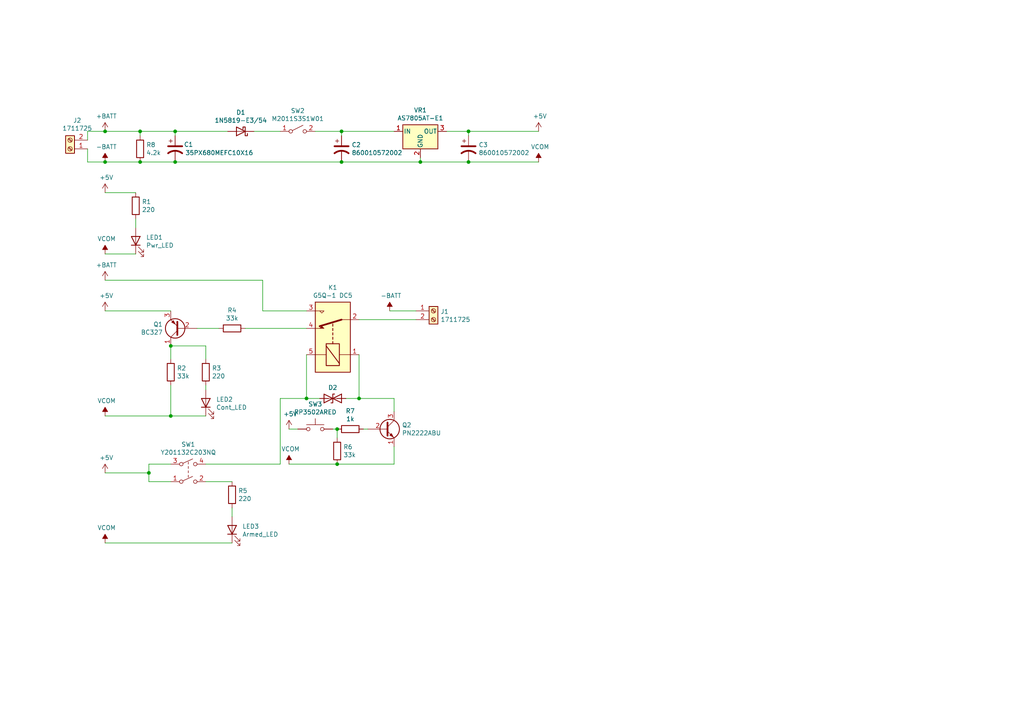
<source format=kicad_sch>
(kicad_sch (version 20211123) (generator eeschema)
  (paper "A4")
  (lib_symbols
    (symbol "Connector:Screw_Terminal_01x02" (pin_names (offset 1.016) hide)
      (property "Reference" "J" (at 0 2.54 0))
      (property "Value" "Screw_Terminal_01x02" (at 0 -5.08 0))
      (symbol "Screw_Terminal_01x02_1_1"
        (rectangle (start -1.27 1.27) (end 1.27 -3.81) (stroke (width 0.254)) (fill (type background)))
        (circle (center 0 -2.54) (radius 0.635) (stroke (width 0.1524)))
        (polyline (pts (xy -0.5334 -2.2098) (xy 0.3302 -3.048)) (stroke (width 0.1524)))
        (polyline (pts (xy -0.5334 0.3302) (xy 0.3302 -0.508)) (stroke (width 0.1524)))
        (polyline (pts (xy -0.3556 -2.032) (xy 0.508 -2.8702)) (stroke (width 0.1524)))
        (polyline (pts (xy -0.3556 0.508) (xy 0.508 -0.3302)) (stroke (width 0.1524)))
        (circle (center 0 0) (radius 0.635) (stroke (width 0.1524)))
        (pin passive line (at -5.08 0 0) (length 3.81) (name "Pin_1") (number "1"))
        (pin passive line (at -5.08 -2.54 0) (length 3.81) (name "Pin_2") (number "2"))
      )
    )
    (symbol "Device:CP1" (pin_numbers hide) (pin_names (offset 0.254) hide)
      (property "Reference" "C" (at 0.635 2.54 0))
      (property "Value" "Device_CP1" (at 0.635 -2.54 0))
      (symbol "CP1_0_1"
        (polyline (pts (xy -2.032 0.762) (xy 2.032 0.762)) (stroke (width 0.508)))
        (polyline (pts (xy -1.778 2.286) (xy -0.762 2.286)))
        (polyline (pts (xy -1.27 1.778) (xy -1.27 2.794)))
        (arc (start 2.032 -1.27) (mid 0 -0.5572) (end -2.032 -1.27) (stroke (width 0.508)))
      )
      (symbol "CP1_1_1"
        (pin passive line (at 0 3.81 270) (length 2.794) (name "~") (number "1"))
        (pin passive line (at 0 -3.81 90) (length 3.302) (name "~") (number "2"))
      )
    )
    (symbol "Device:D_Schottky" (pin_numbers hide) (pin_names (offset 1.016) hide)
      (property "Reference" "D" (at 0 2.54 0))
      (property "Value" "D_Schottky" (at 0 -2.54 0))
      (symbol "D_Schottky_0_1"
        (polyline (pts (xy 1.27 0) (xy -1.27 0)))
        (polyline (pts (xy 1.27 1.27) (xy 1.27 -1.27) (xy -1.27 0) (xy 1.27 1.27)) (stroke (width 0.254)))
        (polyline (pts (xy -1.905 0.635) (xy -1.905 1.27) (xy -1.27 1.27) (xy -1.27 -1.27) (xy -0.635 -1.27) (xy -0.635 -0.635)) (stroke (width 0.254)))
      )
      (symbol "D_Schottky_1_1"
        (pin passive line (at -3.81 0 0) (length 2.54) (name "K") (number "1"))
        (pin passive line (at 3.81 0 180) (length 2.54) (name "A") (number "2"))
      )
    )
    (symbol "Device:LED" (pin_numbers hide) (pin_names (offset 1.016) hide)
      (property "Reference" "D" (at 0 2.54 0))
      (property "Value" "LED" (at 0 -2.54 0))
      (symbol "LED_0_1"
        (polyline (pts (xy -1.27 -1.27) (xy -1.27 1.27)) (stroke (width 0.254)))
        (polyline (pts (xy -1.27 0) (xy 1.27 0)))
        (polyline (pts (xy 1.27 -1.27) (xy 1.27 1.27) (xy -1.27 0) (xy 1.27 -1.27)) (stroke (width 0.254)))
        (polyline (pts (xy -3.048 -0.762) (xy -4.572 -2.286) (xy -3.81 -2.286) (xy -4.572 -2.286) (xy -4.572 -1.524)))
        (polyline (pts (xy -1.778 -0.762) (xy -3.302 -2.286) (xy -2.54 -2.286) (xy -3.302 -2.286) (xy -3.302 -1.524)))
      )
      (symbol "LED_1_1"
        (pin passive line (at -3.81 0 0) (length 2.54) (name "K") (number "1"))
        (pin passive line (at 3.81 0 180) (length 2.54) (name "A") (number "2"))
      )
    )
    (symbol "Device:Q_NPN_EBC" (pin_names (offset 0) hide)
      (property "Reference" "Q" (at 5.08 1.27 0))
      (property "Value" "Q_NPN_EBC" (at 5.08 -1.27 0))
      (symbol "Q_NPN_EBC_0_1"
        (polyline (pts (xy 0.635 0.635) (xy 2.54 2.54)))
        (polyline (pts (xy 0.635 -0.635) (xy 2.54 -2.54) (xy 2.54 -2.54)))
        (polyline (pts (xy 0.635 1.905) (xy 0.635 -1.905) (xy 0.635 -1.905)) (stroke (width 0.508)))
        (polyline (pts (xy 1.27 -1.778) (xy 1.778 -1.27) (xy 2.286 -2.286) (xy 1.27 -1.778) (xy 1.27 -1.778)) (fill (type outline)))
        (circle (center 1.27 0) (radius 2.8194) (stroke (width 0.254)))
      )
      (symbol "Q_NPN_EBC_1_1"
        (pin passive line (at 2.54 -5.08 90) (length 2.54) (name "E") (number "1"))
        (pin passive line (at -5.08 0 0) (length 5.715) (name "B") (number "2"))
        (pin passive line (at 2.54 5.08 270) (length 2.54) (name "C") (number "3"))
      )
    )
    (symbol "Device:R" (pin_numbers hide) (pin_names (offset 0))
      (property "Reference" "R" (at 2.032 0 90))
      (property "Value" "R" (at 0 0 90))
      (symbol "R_0_1"
        (rectangle (start -1.016 -2.54) (end 1.016 2.54) (stroke (width 0.254)))
      )
      (symbol "R_1_1"
        (pin passive line (at 0 3.81 270) (length 1.27) (name "~") (number "1"))
        (pin passive line (at 0 -3.81 90) (length 1.27) (name "~") (number "2"))
      )
    )
    (symbol "Diode:1.5KExxCA" (pin_numbers hide) (pin_names (offset 1.016) hide)
      (property "Reference" "D" (at 0 2.54 0))
      (property "Value" "1.5KExxCA" (at 0 -2.54 0))
      (symbol "1.5KExxCA_0_1"
        (polyline (pts (xy 1.27 0) (xy -1.27 0)))
        (polyline (pts (xy -2.54 -1.27) (xy 0 0) (xy -2.54 1.27) (xy -2.54 -1.27)) (stroke (width 0.254)))
        (polyline (pts (xy 0.508 1.27) (xy 0 1.27) (xy 0 -1.27) (xy -0.508 -1.27)) (stroke (width 0.254)))
        (polyline (pts (xy 2.54 1.27) (xy 2.54 -1.27) (xy 0 0) (xy 2.54 1.27)) (stroke (width 0.254)))
      )
      (symbol "1.5KExxCA_1_1"
        (pin passive line (at -3.81 0 0) (length 2.54) (name "A1") (number "1"))
        (pin passive line (at 3.81 0 180) (length 2.54) (name "A2") (number "2"))
      )
    )
    (symbol "Regulator_Linear:L7805" (pin_names (offset 0.254))
      (property "Reference" "U" (at -3.81 3.175 0))
      (property "Value" "L7805" (at 0 3.175 0))
      (symbol "L7805_0_1"
        (rectangle (start -5.08 1.905) (end 5.08 -5.08) (stroke (width 0.254)) (fill (type background)))
      )
      (symbol "L7805_1_1"
        (pin power_in line (at -7.62 0 0) (length 2.54) (name "IN") (number "1"))
        (pin power_in line (at 0 -7.62 90) (length 2.54) (name "GND") (number "2"))
        (pin power_out line (at 7.62 0 180) (length 2.54) (name "OUT") (number "3"))
      )
    )
    (symbol "Relay:G5Q-1"
      (property "Reference" "K" (at 11.43 3.81 0))
      (property "Value" "G5Q-1" (at 11.43 1.27 0))
      (symbol "G5Q-1_0_0"
        (polyline (pts (xy 7.62 5.08) (xy 7.62 2.54) (xy 6.985 3.175) (xy 7.62 3.81)))
      )
      (symbol "G5Q-1_0_1"
        (rectangle (start -10.16 5.08) (end 10.16 -5.08) (stroke (width 0.254)) (fill (type background)))
        (rectangle (start -8.255 1.905) (end -1.905 -1.905) (stroke (width 0.254)))
        (polyline (pts (xy -7.62 -1.905) (xy -2.54 1.905)) (stroke (width 0.254)))
        (polyline (pts (xy -5.08 -5.08) (xy -5.08 -1.905)))
        (polyline (pts (xy -5.08 5.08) (xy -5.08 1.905)))
        (polyline (pts (xy -1.905 0) (xy -1.27 0)) (stroke (width 0.254)))
        (polyline (pts (xy -0.635 0) (xy 0 0)) (stroke (width 0.254)))
        (polyline (pts (xy 0.635 0) (xy 1.27 0)) (stroke (width 0.254)))
        (polyline (pts (xy 1.905 0) (xy 2.54 0)) (stroke (width 0.254)))
        (polyline (pts (xy 3.175 0) (xy 3.81 0)) (stroke (width 0.254)))
        (polyline (pts (xy 5.08 -2.54) (xy 3.175 3.81)) (stroke (width 0.508)))
        (polyline (pts (xy 5.08 -2.54) (xy 5.08 -5.08)))
        (polyline (pts (xy 2.54 5.08) (xy 2.54 2.54) (xy 3.175 3.175) (xy 2.54 3.81)) (fill (type outline)))
      )
      (symbol "G5Q-1_1_1"
        (pin passive line (at -5.08 -7.62 90) (length 2.54) (name "~") (number "1"))
        (pin passive line (at 5.08 -7.62 90) (length 2.54) (name "~") (number "2"))
        (pin passive line (at 7.62 7.62 270) (length 2.54) (name "~") (number "3"))
        (pin passive line (at 2.54 7.62 270) (length 2.54) (name "~") (number "4"))
        (pin passive line (at -5.08 7.62 270) (length 2.54) (name "~") (number "5"))
      )
    )
    (symbol "Switch:SW_DPST" (pin_names (offset 0) hide)
      (property "Reference" "SW" (at 0 5.08 0))
      (property "Value" "SW_DPST" (at 0 -5.08 0))
      (symbol "SW_DPST_0_0"
        (circle (center -2.032 -2.54) (radius 0.508))
        (circle (center -2.032 2.54) (radius 0.508))
        (polyline (pts (xy -1.524 -2.286) (xy 1.27 -1.016)))
        (polyline (pts (xy -1.524 2.794) (xy 1.27 4.064)))
        (polyline (pts (xy 0 -1.27) (xy 0 -0.635)))
        (polyline (pts (xy 0 0) (xy 0 0.635)))
        (polyline (pts (xy 0 1.27) (xy 0 1.905)))
        (polyline (pts (xy 0 2.54) (xy 0 3.175)))
        (circle (center 2.032 -2.54) (radius 0.508))
        (circle (center 2.032 2.54) (radius 0.508))
      )
      (symbol "SW_DPST_1_1"
        (pin passive line (at -5.08 -2.54 0) (length 2.54) (name "1") (number "1"))
        (pin passive line (at 5.08 -2.54 180) (length 2.54) (name "2") (number "2"))
        (pin passive line (at -5.08 2.54 0) (length 2.54) (name "3") (number "3"))
        (pin passive line (at 5.08 2.54 180) (length 2.54) (name "4") (number "4"))
      )
    )
    (symbol "Switch:SW_Push" (pin_numbers hide) (pin_names (offset 1.016) hide)
      (property "Reference" "SW" (at 1.27 2.54 0))
      (property "Value" "SW_Push" (at 0 -1.524 0))
      (symbol "SW_Push_0_1"
        (circle (center -2.032 0) (radius 0.508))
        (polyline (pts (xy 0 1.27) (xy 0 3.048)))
        (polyline (pts (xy 2.54 1.27) (xy -2.54 1.27)))
        (circle (center 2.032 0) (radius 0.508))
        (pin passive line (at -5.08 0 0) (length 2.54) (name "1") (number "1"))
        (pin passive line (at 5.08 0 180) (length 2.54) (name "2") (number "2"))
      )
    )
    (symbol "Switch:SW_SPST" (pin_names (offset 0) hide)
      (property "Reference" "SW" (at 0 3.175 0))
      (property "Value" "SW_SPST" (at 0 -2.54 0))
      (symbol "SW_SPST_0_0"
        (circle (center -2.032 0) (radius 0.508))
        (polyline (pts (xy -1.524 0.254) (xy 1.524 1.778)))
        (circle (center 2.032 0) (radius 0.508))
      )
      (symbol "SW_SPST_1_1"
        (pin passive line (at -5.08 0 0) (length 2.54) (name "A") (number "1"))
        (pin passive line (at 5.08 0 180) (length 2.54) (name "B") (number "2"))
      )
    )
    (symbol "Transistor_BJT:BC327" (pin_names (offset 0) hide)
      (property "Reference" "Q" (at 5.08 1.905 0))
      (property "Value" "BC327" (at 5.08 0 0))
      (symbol "BC327_0_1"
        (polyline (pts (xy 0.635 0.635) (xy 2.54 2.54)))
        (polyline (pts (xy 0.635 -0.635) (xy 2.54 -2.54) (xy 2.54 -2.54)))
        (polyline (pts (xy 0.635 1.905) (xy 0.635 -1.905) (xy 0.635 -1.905)) (stroke (width 0.508)))
        (polyline (pts (xy 2.286 -1.778) (xy 1.778 -2.286) (xy 1.27 -1.27) (xy 2.286 -1.778) (xy 2.286 -1.778)) (fill (type outline)))
        (circle (center 1.27 0) (radius 2.8194) (stroke (width 0.254)))
      )
      (symbol "BC327_1_1"
        (pin passive line (at 2.54 5.08 270) (length 2.54) (name "C") (number "1"))
        (pin input line (at -5.08 0 0) (length 5.715) (name "B") (number "2"))
        (pin passive line (at 2.54 -5.08 90) (length 2.54) (name "E") (number "3"))
      )
    )
    (symbol "power:+5V" (power) (pin_names (offset 0))
      (property "Value" "+5V" (at 0 3.556 0))
      (symbol "+5V_0_1"
        (polyline (pts (xy -0.762 1.27) (xy 0 2.54)))
        (polyline (pts (xy 0 0) (xy 0 2.54)))
        (polyline (pts (xy 0 2.54) (xy 0.762 1.27)))
      )
      (symbol "+5V_1_1"
        (pin power_in line (at 0 0 90) (length 0) hide (name "+5V") (number "1"))
      )
    )
    (symbol "power:+BATT" (power) (pin_names (offset 0))
      (property "Value" "+BATT" (at 0 3.556 0))
      (symbol "+BATT_0_1"
        (polyline (pts (xy -0.762 1.27) (xy 0 2.54)))
        (polyline (pts (xy 0 0) (xy 0 2.54)))
        (polyline (pts (xy 0 2.54) (xy 0.762 1.27)))
      )
      (symbol "+BATT_1_1"
        (pin power_in line (at 0 0 90) (length 0) hide (name "+BATT") (number "1"))
      )
    )
    (symbol "power:-BATT" (power) (pin_names (offset 0))
      (property "Value" "-BATT" (at 0 3.556 0))
      (symbol "-BATT_0_1"
        (polyline (pts (xy 0 0) (xy 0 2.54)))
        (polyline (pts (xy 0.762 1.27) (xy -0.762 1.27) (xy 0 2.54) (xy 0.762 1.27)) (fill (type outline)))
      )
      (symbol "-BATT_1_1"
        (pin power_in line (at 0 0 90) (length 0) hide (name "-BATT") (number "1"))
      )
    )
    (symbol "power:VCOM" (power) (pin_names (offset 0))
      (property "Value" "VCOM" (at 0 3.81 0))
      (symbol "VCOM_0_1"
        (polyline (pts (xy 0 0) (xy 0 2.54)))
        (polyline (pts (xy 0.762 1.27) (xy -0.762 1.27) (xy 0 2.54) (xy 0.762 1.27)) (fill (type outline)))
      )
      (symbol "VCOM_1_1"
        (pin power_in line (at 0 0 90) (length 0) hide (name "VCOM") (number "1"))
      )
    )
  )
  (junction (at 88.9 115.57))
  (junction (at 30.48 46.99))
  (junction (at 97.79 134.62))
  (junction (at 40.64 46.99))
  (junction (at 135.89 38.1))
  (junction (at 104.14 115.57))
  (junction (at 49.53 100.33))
  (junction (at 50.8 46.99))
  (junction (at 135.89 46.99))
  (junction (at 43.18 137.16))
  (junction (at 49.53 120.65))
  (junction (at 40.64 38.1))
  (junction (at 99.06 38.1))
  (junction (at 99.06 46.99))
  (junction (at 97.79 124.46))
  (junction (at 50.8 38.1))
  (junction (at 30.48 38.1))
  (junction (at 121.92 46.99))
  (wire (pts (xy 40.64 39.37) (xy 40.64 38.1)))
  (wire (pts (xy 135.89 38.1) (xy 156.21 38.1)))
  (wire (pts (xy 49.53 100.33) (xy 49.53 104.14)))
  (wire (pts (xy 49.53 111.76) (xy 49.53 120.65)))
  (wire (pts (xy 91.44 38.1) (xy 99.06 38.1)))
  (wire (pts (xy 76.2 81.28) (xy 76.2 90.17)))
  (wire (pts (xy 121.92 45.72) (xy 121.92 46.99)))
  (wire (pts (xy 81.28 115.57) (xy 81.28 134.62)))
  (wire (pts (xy 40.64 38.1) (xy 50.8 38.1)))
  (wire (pts (xy 43.18 139.7) (xy 49.53 139.7)))
  (wire (pts (xy 100.33 115.57) (xy 104.14 115.57)))
  (wire (pts (xy 92.71 115.57) (xy 88.9 115.57)))
  (wire (pts (xy 49.53 120.65) (xy 59.69 120.65)))
  (wire (pts (xy 30.48 46.99) (xy 40.64 46.99)))
  (wire (pts (xy 81.28 134.62) (xy 59.69 134.62)))
  (wire (pts (xy 30.48 90.17) (xy 49.53 90.17)))
  (wire (pts (xy 50.8 38.1) (xy 66.04 38.1)))
  (wire (pts (xy 25.4 46.99) (xy 30.48 46.99)))
  (wire (pts (xy 135.89 46.99) (xy 156.21 46.99)))
  (wire (pts (xy 59.69 100.33) (xy 59.69 104.14)))
  (wire (pts (xy 113.03 90.17) (xy 120.65 90.17)))
  (wire (pts (xy 50.8 38.1) (xy 50.8 39.37)))
  (wire (pts (xy 25.4 40.64) (xy 25.4 38.1)))
  (wire (pts (xy 99.06 38.1) (xy 99.06 39.37)))
  (wire (pts (xy 99.06 38.1) (xy 114.3 38.1)))
  (wire (pts (xy 104.14 102.87) (xy 104.14 115.57)))
  (wire (pts (xy 135.89 38.1) (xy 135.89 39.37)))
  (wire (pts (xy 43.18 137.16) (xy 43.18 139.7)))
  (wire (pts (xy 57.15 95.25) (xy 63.5 95.25)))
  (wire (pts (xy 30.48 81.28) (xy 76.2 81.28)))
  (wire (pts (xy 121.92 46.99) (xy 99.06 46.99)))
  (wire (pts (xy 114.3 134.62) (xy 97.79 134.62)))
  (wire (pts (xy 96.52 124.46) (xy 97.79 124.46)))
  (wire (pts (xy 30.48 38.1) (xy 40.64 38.1)))
  (wire (pts (xy 121.92 46.99) (xy 135.89 46.99)))
  (wire (pts (xy 88.9 115.57) (xy 81.28 115.57)))
  (wire (pts (xy 49.53 100.33) (xy 59.69 100.33)))
  (wire (pts (xy 83.82 124.46) (xy 86.36 124.46)))
  (wire (pts (xy 30.48 120.65) (xy 49.53 120.65)))
  (wire (pts (xy 39.37 63.5) (xy 39.37 66.04)))
  (wire (pts (xy 25.4 43.18) (xy 25.4 46.99)))
  (wire (pts (xy 43.18 137.16) (xy 43.18 134.62)))
  (wire (pts (xy 71.12 95.25) (xy 88.9 95.25)))
  (wire (pts (xy 43.18 134.62) (xy 49.53 134.62)))
  (wire (pts (xy 105.41 124.46) (xy 106.68 124.46)))
  (wire (pts (xy 50.8 46.99) (xy 99.06 46.99)))
  (wire (pts (xy 97.79 134.62) (xy 83.82 134.62)))
  (wire (pts (xy 114.3 115.57) (xy 114.3 119.38)))
  (wire (pts (xy 114.3 129.54) (xy 114.3 134.62)))
  (wire (pts (xy 104.14 92.71) (xy 120.65 92.71)))
  (wire (pts (xy 76.2 90.17) (xy 88.9 90.17)))
  (wire (pts (xy 59.69 139.7) (xy 67.31 139.7)))
  (wire (pts (xy 59.69 111.76) (xy 59.69 113.03)))
  (wire (pts (xy 88.9 102.87) (xy 88.9 115.57)))
  (wire (pts (xy 30.48 73.66) (xy 39.37 73.66)))
  (wire (pts (xy 30.48 157.48) (xy 67.31 157.48)))
  (wire (pts (xy 67.31 147.32) (xy 67.31 149.86)))
  (wire (pts (xy 30.48 137.16) (xy 43.18 137.16)))
  (wire (pts (xy 129.54 38.1) (xy 135.89 38.1)))
  (wire (pts (xy 40.64 46.99) (xy 50.8 46.99)))
  (wire (pts (xy 25.4 38.1) (xy 30.48 38.1)))
  (wire (pts (xy 73.66 38.1) (xy 81.28 38.1)))
  (wire (pts (xy 30.48 55.88) (xy 39.37 55.88)))
  (wire (pts (xy 104.14 115.57) (xy 114.3 115.57)))
  (wire (pts (xy 97.79 124.46) (xy 97.79 127)))
  (symbol (lib_id "power:+BATT") (at 30.48 38.1 0) (unit 1)
    (property "Reference" "#PWR0101" (effects hide))
    (property "Value" "+BATT" (at 30.861 33.7058 0))
  )
  (symbol (lib_id "power:-BATT") (at 30.48 46.99 0) (unit 1)
    (property "Reference" "#PWR0102" (effects hide))
    (property "Value" "-BATT" (at 30.861 42.5958 0))
  )
  (symbol (lib_id "Device:D_Schottky") (at 69.85 38.1 180) (unit 1)
    (property "Reference" "D1" (at 69.85 32.6136 0))
    (property "Value" "1N5819-E3/54" (at 69.85 34.925 0))
    (property "Footprint" "Diode_THT:D_DO-41_SOD81_P10.16mm_Horizontal" (effects hide))
    (property "Datasheet" "https://www.vishay.com/docs/88525/1n5817.pdf" (effects hide))
  )
  (symbol (lib_id "Switch:SW_SPST") (at 86.36 38.1 0) (unit 1) (in_bom no)
    (property "Reference" "SW2" (at 86.36 32.131 0))
    (property "Value" "M2011S3S1W01" (at 86.36 34.4424 0))
    (property "Footprint" "Connector_Wire:SolderWirePad_1x02_P3.81mm_Drill1.2mm" (effects hide))
    (property "Datasheet" "https://www.nkkswitches.com/pdf/MtogglesBushing.pdf" (effects hide))
  )
  (symbol (lib_id "Device:CP1") (at 99.06 43.18 0) (unit 1)
    (property "Reference" "C2" (at 101.981 42.0116 0) (effects (justify left)))
    (property "Value" "860010572002" (at 101.981 44.323 0) (effects (justify left)))
    (property "Footprint" "Capacitor_THT:C_Radial_D5.0mm_H11.0mm_P2.00mm" (effects hide))
    (property "Datasheet" "https://www.we-online.com/katalog/datasheet/860010572002.pdf" (effects hide))
  )
  (symbol (lib_id "Regulator_Linear:L7805") (at 121.92 38.1 0) (unit 1)
    (property "Reference" "VR1" (at 121.92 31.9532 0))
    (property "Value" "AS7805AT-E1" (at 121.92 34.2646 0))
    (property "Footprint" "Package_TO_SOT_THT:TO-220-3_Vertical" (effects hide))
    (property "Datasheet" "https://www.diodes.com/assets/Datasheets/AS78XXA.pdf" (effects hide))
  )
  (symbol (lib_id "power:+5V") (at 156.21 38.1 0) (unit 1)
    (property "Reference" "#PWR0103" (effects hide))
    (property "Value" "+5V" (at 156.591 33.7058 0))
  )
  (symbol (lib_id "power:VCOM") (at 156.21 46.99 0) (unit 1)
    (property "Reference" "#PWR0104" (effects hide))
    (property "Value" "VCOM" (at 156.6418 42.5958 0))
  )
  (symbol (lib_id "power:+5V") (at 30.48 55.88 0) (unit 1)
    (property "Reference" "#PWR0105" (effects hide))
    (property "Value" "+5V" (at 30.861 51.4858 0))
  )
  (symbol (lib_id "power:VCOM") (at 30.48 73.66 0) (unit 1)
    (property "Reference" "#PWR0106" (effects hide))
    (property "Value" "VCOM" (at 30.9118 69.2658 0))
  )
  (symbol (lib_id "Device:R") (at 39.37 59.69 0) (unit 1)
    (property "Reference" "R1" (at 41.148 58.5216 0) (effects (justify left)))
    (property "Value" "220" (at 41.148 60.833 0) (effects (justify left)))
    (property "Footprint" "Resistor_THT:R_Axial_DIN0207_L6.3mm_D2.5mm_P10.16mm_Horizontal" (effects hide))
  )
  (symbol (lib_id "Device:LED") (at 39.37 69.85 90) (unit 1) (in_bom no)
    (property "Reference" "LED1" (at 42.3672 68.8594 90) (effects (justify right)))
    (property "Value" "Pwr_LED" (at 42.3672 71.1708 90) (effects (justify right)))
    (property "Footprint" "LED_THT:LED_D5.0mm" (effects hide))
  )
  (symbol (lib_id "Connector:Screw_Terminal_01x02") (at 125.73 90.17 0) (unit 1)
    (property "Reference" "J1" (at 127.762 90.3732 0) (effects (justify left)))
    (property "Value" "1711725" (at 127.762 92.6846 0) (effects (justify left)))
    (property "Footprint" "TerminalBlock_Phoenix:TerminalBlock_Phoenix_MKDS-1,5-2-5.08_1x02_P5.08mm_Horizontal" (effects hide))
    (property "Datasheet" "https://media.digikey.com/pdf/Data%20Sheets/Phoenix%20Contact%20PDFs/1711725.pdf" (effects hide))
  )
  (symbol (lib_id "power:+BATT") (at 30.48 81.28 0) (unit 1)
    (property "Reference" "#PWR0114" (effects hide))
    (property "Value" "+BATT" (at 30.861 76.8858 0))
  )
  (symbol (lib_id "power:+5V") (at 30.48 90.17 0) (unit 1)
    (property "Reference" "#PWR0107" (effects hide))
    (property "Value" "+5V" (at 30.861 85.7758 0))
  )
  (symbol (lib_id "power:VCOM") (at 30.48 120.65 0) (unit 1)
    (property "Reference" "#PWR0108" (effects hide))
    (property "Value" "VCOM" (at 30.9118 116.2558 0))
  )
  (symbol (lib_id "Transistor_BJT:BC327") (at 52.07 95.25 180) (unit 1)
    (property "Reference" "Q1" (at 47.2186 94.0816 0) (effects (justify left)))
    (property "Value" "BC327" (at 47.2186 96.393 0) (effects (justify left)))
    (property "Footprint" "Package_TO_SOT_THT:TO-92_Inline" (effects hide))
    (property "Datasheet" "http://www.onsemi.com/pub_link/Collateral/BC327-D.PDF" (effects hide))
  )
  (symbol (lib_id "Device:R") (at 49.53 107.95 0) (unit 1)
    (property "Reference" "R2" (at 51.308 106.7816 0) (effects (justify left)))
    (property "Value" "33k" (at 51.308 109.093 0) (effects (justify left)))
    (property "Footprint" "Resistor_THT:R_Axial_DIN0207_L6.3mm_D2.5mm_P10.16mm_Horizontal" (effects hide))
  )
  (symbol (lib_id "Device:R") (at 59.69 107.95 0) (unit 1)
    (property "Reference" "R3" (at 61.468 106.7816 0) (effects (justify left)))
    (property "Value" "220" (at 61.468 109.093 0) (effects (justify left)))
    (property "Footprint" "Resistor_THT:R_Axial_DIN0207_L6.3mm_D2.5mm_P10.16mm_Horizontal" (effects hide))
  )
  (symbol (lib_id "Device:LED") (at 59.69 116.84 90) (unit 1) (in_bom no)
    (property "Reference" "LED2" (at 62.6872 115.8494 90) (effects (justify right)))
    (property "Value" "Cont_LED" (at 62.6872 118.1608 90) (effects (justify right)))
    (property "Footprint" "LED_THT:LED_D5.0mm" (effects hide))
  )
  (symbol (lib_id "Device:R") (at 67.31 95.25 270) (unit 1)
    (property "Reference" "R4" (at 67.31 89.9922 90))
    (property "Value" "33k" (at 67.31 92.3036 90))
    (property "Footprint" "Resistor_THT:R_Axial_DIN0207_L6.3mm_D2.5mm_P10.16mm_Horizontal" (effects hide))
  )
  (symbol (lib_id "Relay:G5Q-1") (at 96.52 97.79 90) (unit 1)
    (property "Reference" "K1" (at 96.52 83.3882 90))
    (property "Value" "G5Q-1 DC5" (at 96.52 85.6996 90))
    (property "Footprint" "Relay_THT:Relay_SPDT_Omron-G5Q-1" (effects hide))
    (property "Datasheet" "https://components.omron.com/us-en/sites/components.omron.com.us/files/datasheet_pdf/J155-E1.pdf" (effects hide))
  )
  (symbol (lib_id "Switch:SW_DPST") (at 54.61 137.16 0) (unit 1) (in_bom no)
    (property "Reference" "SW1" (at 54.61 128.905 0))
    (property "Value" "Y201132C203NQ" (at 54.61 131.2164 0))
    (property "Footprint" "Connector_Wire:SolderWirePad_2x02_P5.08mm_Drill1.5mm" (effects hide))
    (property "Datasheet" "https://www.ckswitches.com/media/1381/y.pdf" (effects hide))
  )
  (symbol (lib_id "power:+5V") (at 30.48 137.16 0) (unit 1)
    (property "Reference" "#PWR0109" (effects hide))
    (property "Value" "+5V" (at 30.861 132.7658 0))
  )
  (symbol (lib_id "Device:R") (at 67.31 143.51 0) (unit 1)
    (property "Reference" "R5" (at 69.088 142.3416 0) (effects (justify left)))
    (property "Value" "220" (at 69.088 144.653 0) (effects (justify left)))
    (property "Footprint" "Resistor_THT:R_Axial_DIN0207_L6.3mm_D2.5mm_P10.16mm_Horizontal" (effects hide))
  )
  (symbol (lib_id "Device:LED") (at 67.31 153.67 90) (unit 1) (in_bom no)
    (property "Reference" "LED3" (at 70.2818 152.6794 90) (effects (justify right)))
    (property "Value" "Armed_LED" (at 70.2818 154.9908 90) (effects (justify right)))
    (property "Footprint" "LED_THT:LED_D5.0mm" (effects hide))
  )
  (symbol (lib_id "power:VCOM") (at 30.48 157.48 0) (unit 1)
    (property "Reference" "#PWR0110" (effects hide))
    (property "Value" "VCOM" (at 30.9118 153.0858 0))
  )
  (symbol (lib_id "Diode:1.5KExxCA") (at 96.52 115.57 0) (unit 1)
    (property "Reference" "D2" (at 96.52 112.4204 0))
    (property "Value" "P6KE6.8CA" (effects hide))
    (property "Footprint" "Diode_THT:D_DO-15_P10.16mm_Horizontal" (effects hide))
    (property "Datasheet" "https://www.littelfuse.com/~/media/electronics/datasheets/tvs_diodes/littelfuse_tvs_diode_p6ke_datasheet.pdf.pdf" (effects hide))
  )
  (symbol (lib_id "Device:Q_NPN_EBC") (at 111.76 124.46 0) (unit 1)
    (property "Reference" "Q2" (at 116.586 123.2916 0) (effects (justify left)))
    (property "Value" "PN2222ABU" (at 116.586 125.603 0) (effects (justify left)))
    (property "Footprint" "Package_TO_SOT_THT:TO-92_Inline" (effects hide))
    (property "Datasheet" "https://www.onsemi.com/pdf/datasheet/pn2222a-d.pdf" (effects hide))
  )
  (symbol (lib_id "power:+5V") (at 83.82 124.46 0) (unit 1)
    (property "Reference" "#PWR0111" (effects hide))
    (property "Value" "+5V" (at 84.201 120.0658 0))
  )
  (symbol (lib_id "Switch:SW_Push") (at 91.44 124.46 0) (unit 1) (in_bom no)
    (property "Reference" "SW3" (at 91.44 117.221 0))
    (property "Value" "RP3502ARED" (at 91.44 119.5324 0))
    (property "Footprint" "Connector_Wire:SolderWirePad_1x02_P5.08mm_Drill1.5mm" (effects hide))
    (property "Datasheet" "https://media.digikey.com/pdf/Data%20Sheets/E-Switch%20PDFs/RP3502_Series.pdf" (effects hide))
  )
  (symbol (lib_id "Device:R") (at 101.6 124.46 270) (unit 1)
    (property "Reference" "R7" (at 101.6 119.2022 90))
    (property "Value" "1k" (at 101.6 121.5136 90))
    (property "Footprint" "Resistor_THT:R_Axial_DIN0207_L6.3mm_D2.5mm_P10.16mm_Horizontal" (effects hide))
  )
  (symbol (lib_id "power:VCOM") (at 83.82 134.62 0) (unit 1)
    (property "Reference" "#PWR0112" (effects hide))
    (property "Value" "VCOM" (at 84.2518 130.2258 0))
  )
  (symbol (lib_id "Device:R") (at 97.79 130.81 180) (unit 1)
    (property "Reference" "R6" (at 99.568 129.6416 0) (effects (justify right)))
    (property "Value" "33k" (at 99.568 131.953 0) (effects (justify right)))
    (property "Footprint" "Resistor_THT:R_Axial_DIN0207_L6.3mm_D2.5mm_P10.16mm_Horizontal" (effects hide))
  )
  (symbol (lib_id "Device:CP1") (at 135.89 43.18 0) (unit 1)
    (property "Reference" "C3" (at 138.811 42.0116 0) (effects (justify left)))
    (property "Value" "860010572002" (at 138.811 44.323 0) (effects (justify left)))
    (property "Footprint" "Capacitor_THT:C_Radial_D5.0mm_H11.0mm_P2.00mm" (effects hide))
    (property "Datasheet" "https://www.we-online.com/katalog/datasheet/860010572002.pdf" (effects hide))
  )
  (symbol (lib_id "power:-BATT") (at 113.03 90.17 0) (unit 1)
    (property "Reference" "#PWR0113" (effects hide))
    (property "Value" "-BATT" (at 113.411 85.7758 0))
  )
  (symbol (lib_id "Connector:Screw_Terminal_01x02") (at 20.32 43.18 180) (unit 1)
    (property "Reference" "J2" (at 22.4028 34.925 0))
    (property "Value" "1711725" (at 22.4028 37.2364 0))
    (property "Footprint" "TerminalBlock_Phoenix:TerminalBlock_Phoenix_MKDS-1,5-2-5.08_1x02_P5.08mm_Horizontal" (effects hide))
    (property "Datasheet" "https://media.digikey.com/pdf/Data%20Sheets/Phoenix%20Contact%20PDFs/1711725.pdf" (effects hide))
  )
  (symbol (lib_id "Device:CP1") (at 50.8 43.18 0) (unit 1)
    (property "Reference" "C1" (at 53.34 41.91 0) (effects (justify left)))
    (property "Value" "35PX680MEFC10X16" (at 53.721 44.323 0) (effects (justify left)))
    (property "Footprint" "Capacitor_THT:C_Radial_D10.0mm_H16.0mm_P5.00mm" (effects hide))
    (property "Datasheet" "https://www.rubycon.co.jp/wp-content/uploads/catalog-aluminum/PX.pdf" (effects hide))
  )
  (symbol (lib_id "Device:R") (at 40.64 43.18 180) (unit 1)
    (property "Reference" "R8" (at 42.418 42.0116 0) (effects (justify right)))
    (property "Value" "4.2k" (at 42.418 44.323 0) (effects (justify right)))
    (property "Footprint" "Resistor_THT:R_Axial_DIN0207_L6.3mm_D2.5mm_P10.16mm_Horizontal" (effects hide))
  )
)
</source>
